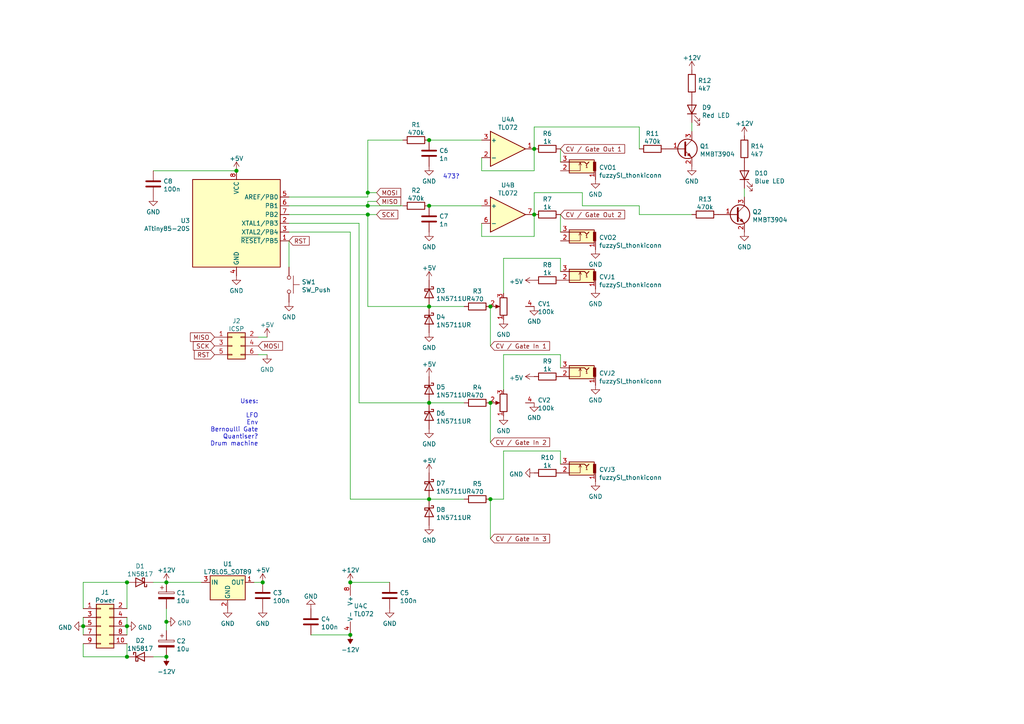
<source format=kicad_sch>
(kicad_sch (version 20210126) (generator eeschema)
  (paper "A4")
  (lib_symbols
    (symbol "Amplifier_Operational:TL072" (pin_names (offset 0.127))
      (property "Reference" "U" (at 0 5.08 0))
      (property "Value" "TL072" (at 0 -5.08 0))
      (symbol "TL072_1_1"
        (polyline (pts (xy -5.08 5.08) (xy 5.08 0) (xy -5.08 -5.08) (xy -5.08 5.08)) (stroke (width 0.254)) (fill (type background)))
        (pin output line (at 7.62 0 180) (length 2.54) (name "~") (number "1"))
        (pin input line (at -7.62 -2.54 0) (length 2.54) (name "-") (number "2"))
        (pin input line (at -7.62 2.54 0) (length 2.54) (name "+") (number "3"))
      )
      (symbol "TL072_2_1"
        (polyline (pts (xy -5.08 5.08) (xy 5.08 0) (xy -5.08 -5.08) (xy -5.08 5.08)) (stroke (width 0.254)) (fill (type background)))
        (pin input line (at -7.62 2.54 0) (length 2.54) (name "+") (number "5"))
        (pin input line (at -7.62 -2.54 0) (length 2.54) (name "-") (number "6"))
        (pin output line (at 7.62 0 180) (length 2.54) (name "~") (number "7"))
      )
      (symbol "TL072_3_1"
        (pin power_in line (at -2.54 -7.62 90) (length 3.81) (name "V-") (number "4"))
        (pin power_in line (at -2.54 7.62 270) (length 3.81) (name "V+") (number "8"))
      )
    )
    (symbol "Connector_Generic:Conn_02x03_Odd_Even" (pin_names (offset 1.016) hide)
      (property "Reference" "J" (at 1.27 5.08 0))
      (property "Value" "Conn_02x03_Odd_Even" (at 1.27 -5.08 0))
      (symbol "Conn_02x03_Odd_Even_1_1"
        (rectangle (start -1.27 -2.413) (end 0 -2.667) (stroke (width 0.1524)))
        (rectangle (start -1.27 0.127) (end 0 -0.127) (stroke (width 0.1524)))
        (rectangle (start -1.27 2.667) (end 0 2.413) (stroke (width 0.1524)))
        (rectangle (start 3.81 -2.413) (end 2.54 -2.667) (stroke (width 0.1524)))
        (rectangle (start 3.81 0.127) (end 2.54 -0.127) (stroke (width 0.1524)))
        (rectangle (start 3.81 2.667) (end 2.54 2.413) (stroke (width 0.1524)))
        (rectangle (start -1.27 3.81) (end 3.81 -3.81) (stroke (width 0.254)) (fill (type background)))
        (pin passive line (at -5.08 2.54 0) (length 3.81) (name "Pin_1") (number "1"))
        (pin passive line (at 7.62 2.54 180) (length 3.81) (name "Pin_2") (number "2"))
        (pin passive line (at -5.08 0 0) (length 3.81) (name "Pin_3") (number "3"))
        (pin passive line (at 7.62 0 180) (length 3.81) (name "Pin_4") (number "4"))
        (pin passive line (at -5.08 -2.54 0) (length 3.81) (name "Pin_5") (number "5"))
        (pin passive line (at 7.62 -2.54 180) (length 3.81) (name "Pin_6") (number "6"))
      )
    )
    (symbol "Connector_Generic:Conn_02x05_Odd_Even" (pin_names (offset 1.016) hide)
      (property "Reference" "J" (at 1.27 7.62 0))
      (property "Value" "Conn_02x05_Odd_Even" (at 1.27 -7.62 0))
      (symbol "Conn_02x05_Odd_Even_1_1"
        (rectangle (start -1.27 -4.953) (end 0 -5.207) (stroke (width 0.1524)))
        (rectangle (start -1.27 -2.413) (end 0 -2.667) (stroke (width 0.1524)))
        (rectangle (start -1.27 0.127) (end 0 -0.127) (stroke (width 0.1524)))
        (rectangle (start -1.27 2.667) (end 0 2.413) (stroke (width 0.1524)))
        (rectangle (start -1.27 5.207) (end 0 4.953) (stroke (width 0.1524)))
        (rectangle (start 3.81 -4.953) (end 2.54 -5.207) (stroke (width 0.1524)))
        (rectangle (start 3.81 -2.413) (end 2.54 -2.667) (stroke (width 0.1524)))
        (rectangle (start 3.81 0.127) (end 2.54 -0.127) (stroke (width 0.1524)))
        (rectangle (start 3.81 2.667) (end 2.54 2.413) (stroke (width 0.1524)))
        (rectangle (start 3.81 5.207) (end 2.54 4.953) (stroke (width 0.1524)))
        (rectangle (start -1.27 6.35) (end 3.81 -6.35) (stroke (width 0.254)) (fill (type background)))
        (pin passive line (at -5.08 5.08 0) (length 3.81) (name "Pin_1") (number "1"))
        (pin passive line (at 7.62 -5.08 180) (length 3.81) (name "Pin_10") (number "10"))
        (pin passive line (at 7.62 5.08 180) (length 3.81) (name "Pin_2") (number "2"))
        (pin passive line (at -5.08 2.54 0) (length 3.81) (name "Pin_3") (number "3"))
        (pin passive line (at 7.62 2.54 180) (length 3.81) (name "Pin_4") (number "4"))
        (pin passive line (at -5.08 0 0) (length 3.81) (name "Pin_5") (number "5"))
        (pin passive line (at 7.62 0 180) (length 3.81) (name "Pin_6") (number "6"))
        (pin passive line (at -5.08 -2.54 0) (length 3.81) (name "Pin_7") (number "7"))
        (pin passive line (at 7.62 -2.54 180) (length 3.81) (name "Pin_8") (number "8"))
        (pin passive line (at -5.08 -5.08 0) (length 3.81) (name "Pin_9") (number "9"))
      )
    )
    (symbol "Device:C" (pin_numbers hide) (pin_names (offset 0.254))
      (property "Reference" "C" (at 0.635 2.54 0))
      (property "Value" "C" (at 0.635 -2.54 0))
      (symbol "C_0_1"
        (polyline (pts (xy -2.032 -0.762) (xy 2.032 -0.762)) (stroke (width 0.508)))
        (polyline (pts (xy -2.032 0.762) (xy 2.032 0.762)) (stroke (width 0.508)))
      )
      (symbol "C_1_1"
        (pin passive line (at 0 3.81 270) (length 2.794) (name "~") (number "1"))
        (pin passive line (at 0 -3.81 90) (length 2.794) (name "~") (number "2"))
      )
    )
    (symbol "Device:C_Polarized" (pin_numbers hide) (pin_names (offset 0.254))
      (property "Reference" "C" (at 0.635 2.54 0))
      (property "Value" "C_Polarized" (at 0.635 -2.54 0))
      (symbol "C_Polarized_0_1"
        (rectangle (start -2.286 0.508) (end 2.286 1.016))
        (rectangle (start 2.286 -0.508) (end -2.286 -1.016) (fill (type outline)))
        (polyline (pts (xy -1.778 2.286) (xy -0.762 2.286)))
        (polyline (pts (xy -1.27 2.794) (xy -1.27 1.778)))
      )
      (symbol "C_Polarized_1_1"
        (pin passive line (at 0 3.81 270) (length 2.794) (name "~") (number "1"))
        (pin passive line (at 0 -3.81 90) (length 2.794) (name "~") (number "2"))
      )
    )
    (symbol "Device:LED" (pin_numbers hide) (pin_names (offset 1.016) hide)
      (property "Reference" "D" (at 0 2.54 0))
      (property "Value" "LED" (at 0 -2.54 0))
      (symbol "LED_0_1"
        (polyline (pts (xy -1.27 -1.27) (xy -1.27 1.27)) (stroke (width 0.254)))
        (polyline (pts (xy -1.27 0) (xy 1.27 0)))
        (polyline (pts (xy 1.27 -1.27) (xy 1.27 1.27) (xy -1.27 0) (xy 1.27 -1.27)) (stroke (width 0.254)))
        (polyline (pts (xy -3.048 -0.762) (xy -4.572 -2.286) (xy -3.81 -2.286) (xy -4.572 -2.286) (xy -4.572 -1.524)))
        (polyline (pts (xy -1.778 -0.762) (xy -3.302 -2.286) (xy -2.54 -2.286) (xy -3.302 -2.286) (xy -3.302 -1.524)))
      )
      (symbol "LED_1_1"
        (pin passive line (at -3.81 0 0) (length 2.54) (name "K") (number "1"))
        (pin passive line (at 3.81 0 180) (length 2.54) (name "A") (number "2"))
      )
    )
    (symbol "Device:R" (pin_numbers hide) (pin_names (offset 0))
      (property "Reference" "R" (at 2.032 0 90))
      (property "Value" "R" (at 0 0 90))
      (symbol "R_0_1"
        (rectangle (start -1.016 -2.54) (end 1.016 2.54) (stroke (width 0.254)))
      )
      (symbol "R_1_1"
        (pin passive line (at 0 3.81 270) (length 1.27) (name "~") (number "1"))
        (pin passive line (at 0 -3.81 90) (length 1.27) (name "~") (number "2"))
      )
    )
    (symbol "Device:R_Potentiometer_GND" (pin_names (offset 1.016) hide)
      (property "Reference" "RV" (at -4.445 0 90))
      (property "Value" "R_Potentiometer_GND" (at -2.54 0 90))
      (symbol "R_Potentiometer_GND_0_1"
        (rectangle (start 1.016 2.54) (end -1.016 -2.54) (stroke (width 0.254)))
        (polyline (pts (xy 2.54 0) (xy 1.524 0)))
        (polyline (pts (xy 1.143 0) (xy 2.286 0.508) (xy 2.286 -0.508) (xy 1.143 0)) (fill (type outline)))
      )
      (symbol "R_Potentiometer_GND_1_1"
        (pin passive line (at 0 3.81 270) (length 1.27) (name "1") (number "1"))
        (pin passive line (at 3.81 0 180) (length 1.27) (name "2") (number "2"))
        (pin passive line (at 0 -3.81 90) (length 1.27) (name "3") (number "3"))
        (pin passive line (at -8.89 0 0) (length 2.54) (name "GND") (number "4"))
      )
    )
    (symbol "Diode:1N5711UR" (pin_numbers hide) (pin_names (offset 1.016) hide)
      (property "Reference" "D" (at 0 2.54 0))
      (property "Value" "1N5711UR" (at 0 -2.54 0))
      (symbol "1N5711UR_0_1"
        (polyline (pts (xy 1.27 0) (xy -1.27 0)))
        (polyline (pts (xy 1.27 1.27) (xy 1.27 -1.27) (xy -1.27 0) (xy 1.27 1.27)) (stroke (width 0.254)))
        (polyline (pts (xy -1.905 0.635) (xy -1.905 1.27) (xy -1.27 1.27) (xy -1.27 -1.27) (xy -0.635 -1.27) (xy -0.635 -0.635)) (stroke (width 0.254)))
      )
      (symbol "1N5711UR_1_1"
        (pin passive line (at -3.81 0 0) (length 2.54) (name "K") (number "1"))
        (pin passive line (at 3.81 0 180) (length 2.54) (name "A") (number "2"))
      )
    )
    (symbol "Diode:1N5817" (pin_numbers hide) (pin_names (offset 1.016) hide)
      (property "Reference" "D" (at 0 2.54 0))
      (property "Value" "1N5817" (at 0 -2.54 0))
      (symbol "1N5817_0_1"
        (polyline (pts (xy 1.27 0) (xy -1.27 0)))
        (polyline (pts (xy 1.27 1.27) (xy 1.27 -1.27) (xy -1.27 0) (xy 1.27 1.27)) (stroke (width 0.254)))
        (polyline (pts (xy -1.905 0.635) (xy -1.905 1.27) (xy -1.27 1.27) (xy -1.27 -1.27) (xy -0.635 -1.27) (xy -0.635 -0.635)) (stroke (width 0.254)))
      )
      (symbol "1N5817_1_1"
        (pin passive line (at -3.81 0 0) (length 2.54) (name "K") (number "1"))
        (pin passive line (at 3.81 0 180) (length 2.54) (name "A") (number "2"))
      )
    )
    (symbol "MCU_Microchip_ATtiny:ATtiny85-20S"
      (property "Reference" "U" (at -12.7 13.97 0))
      (property "Value" "ATtiny85-20S" (at 2.54 -13.97 0))
      (symbol "ATtiny85-20S_0_1"
        (rectangle (start -12.7 -12.7) (end 12.7 12.7) (stroke (width 0.254)) (fill (type background)))
      )
      (symbol "ATtiny85-20S_1_1"
        (pin bidirectional line (at 15.24 -5.08 180) (length 2.54) (name "~RESET~/PB5") (number "1"))
        (pin bidirectional line (at 15.24 0 180) (length 2.54) (name "XTAL1/PB3") (number "2"))
        (pin bidirectional line (at 15.24 -2.54 180) (length 2.54) (name "XTAL2/PB4") (number "3"))
        (pin power_in line (at 0 -15.24 90) (length 2.54) (name "GND") (number "4"))
        (pin bidirectional line (at 15.24 7.62 180) (length 2.54) (name "AREF/PB0") (number "5"))
        (pin bidirectional line (at 15.24 5.08 180) (length 2.54) (name "PB1") (number "6"))
        (pin bidirectional line (at 15.24 2.54 180) (length 2.54) (name "PB2") (number "7"))
        (pin power_in line (at 0 15.24 270) (length 2.54) (name "VCC") (number "8"))
      )
    )
    (symbol "Regulator_Linear:L78L05_SOT89" (pin_names (offset 0.254))
      (property "Reference" "U" (at -3.81 3.175 0))
      (property "Value" "L78L05_SOT89" (at -0.635 3.175 0))
      (symbol "L78L05_SOT89_0_1"
        (rectangle (start -5.08 1.905) (end 5.08 -5.08) (stroke (width 0.254)) (fill (type background)))
      )
      (symbol "L78L05_SOT89_1_1"
        (pin power_out line (at 7.62 0 180) (length 2.54) (name "OUT") (number "1"))
        (pin power_in line (at 0 -7.62 90) (length 2.54) (name "GND") (number "2"))
        (pin power_in line (at -7.62 0 0) (length 2.54) (name "IN") (number "3"))
      )
    )
    (symbol "Switch:SW_Push" (pin_numbers hide) (pin_names (offset 1.016) hide)
      (property "Reference" "SW" (at 1.27 2.54 0))
      (property "Value" "SW_Push" (at 0 -1.524 0))
      (symbol "SW_Push_0_1"
        (circle (center -2.032 0) (radius 0.508))
        (circle (center 2.032 0) (radius 0.508))
        (polyline (pts (xy 0 1.27) (xy 0 3.048)))
        (polyline (pts (xy 2.54 1.27) (xy -2.54 1.27)))
        (pin passive line (at -5.08 0 0) (length 2.54) (name "1") (number "1"))
        (pin passive line (at 5.08 0 180) (length 2.54) (name "2") (number "2"))
      )
    )
    (symbol "Transistor_BJT:MMBT3904" (pin_names (offset 0) hide)
      (property "Reference" "Q" (at 5.08 1.905 0))
      (property "Value" "MMBT3904" (at 5.08 0 0))
      (symbol "MMBT3904_0_1"
        (circle (center 1.27 0) (radius 2.8194) (stroke (width 0.254)))
        (polyline (pts (xy 0.635 0.635) (xy 2.54 2.54)))
        (polyline (pts (xy 0.635 -0.635) (xy 2.54 -2.54) (xy 2.54 -2.54)))
        (polyline (pts (xy 0.635 1.905) (xy 0.635 -1.905) (xy 0.635 -1.905)) (stroke (width 0.508)))
        (polyline (pts (xy 1.27 -1.778) (xy 1.778 -1.27) (xy 2.286 -2.286) (xy 1.27 -1.778) (xy 1.27 -1.778)) (fill (type outline)))
      )
      (symbol "MMBT3904_1_1"
        (pin input line (at -5.08 0 0) (length 5.715) (name "B") (number "1"))
        (pin passive line (at 2.54 -5.08 90) (length 2.54) (name "E") (number "2"))
        (pin passive line (at 2.54 5.08 270) (length 2.54) (name "C") (number "3"))
      )
    )
    (symbol "power:+12V" (power) (pin_names (offset 0))
      (property "Value" "+12V" (at 0 3.556 0))
      (symbol "+12V_0_1"
        (polyline (pts (xy -0.762 1.27) (xy 0 2.54)))
        (polyline (pts (xy 0 0) (xy 0 2.54)))
        (polyline (pts (xy 0 2.54) (xy 0.762 1.27)))
      )
      (symbol "+12V_1_1"
        (pin power_in line (at 0 0 90) (length 0) hide (name "+12V") (number "1"))
      )
    )
    (symbol "power:+5V" (power) (pin_names (offset 0))
      (property "Value" "+5V" (at 0 3.556 0))
      (symbol "+5V_0_1"
        (polyline (pts (xy -0.762 1.27) (xy 0 2.54)))
        (polyline (pts (xy 0 0) (xy 0 2.54)))
        (polyline (pts (xy 0 2.54) (xy 0.762 1.27)))
      )
      (symbol "+5V_1_1"
        (pin power_in line (at 0 0 90) (length 0) hide (name "+5V") (number "1"))
      )
    )
    (symbol "power:-12V" (power) (pin_names (offset 0))
      (property "Value" "-12V" (at 0 3.81 0))
      (symbol "-12V_0_0"
        (pin power_in line (at 0 0 90) (length 0) hide (name "-12V") (number "1"))
      )
      (symbol "-12V_0_1"
        (polyline (pts (xy 0 0) (xy 0 1.27) (xy 0.762 1.27) (xy 0 2.54) (xy -0.762 1.27) (xy 0 1.27)) (fill (type outline)))
      )
    )
    (symbol "power:GND" (power) (pin_names (offset 0))
      (property "Value" "GND" (at 0 -3.81 0))
      (symbol "GND_0_1"
        (polyline (pts (xy 0 0) (xy 0 -1.27) (xy 1.27 -1.27) (xy 0 -2.54) (xy -1.27 -1.27) (xy 0 -1.27)))
      )
      (symbol "GND_1_1"
        (pin power_in line (at 0 0 270) (length 0) hide (name "GND") (number "1"))
      )
    )
    (symbol "thonkiconn_jackSocket_fuzzySi:fuzzySI_thonkiconn" (pin_names (offset 1.016))
      (property "Reference" "J" (at -1.27 4.445 0))
      (property "Value" "fuzzySI_thonkiconn" (at 4.318 -1.778 0))
      (symbol "fuzzySI_thonkiconn_0_0"
        (text "1" (at -2.54 1.27 0) (effects (font (size 0.762 0.762))))
      )
      (symbol "fuzzySI_thonkiconn_0_1"
        (rectangle (start -4.445 0) (end -5.207 2.54) (fill (type outline)))
        (rectangle (start -4.699 3.175) (end 2.54 -0.635) (stroke (width 0.254)) (fill (type background)))
        (polyline (pts (xy -0.635 2.413) (xy -0.254 1.651)))
        (polyline (pts (xy 2.54 0) (xy -0.635 0) (xy -0.635 2.413) (xy -1.016 1.651)))
        (polyline (pts (xy 2.54 2.54) (xy -1.905 2.54) (xy -2.54 1.905) (xy -3.175 2.54)) (stroke (width 0.254)))
      )
      (symbol "fuzzySI_thonkiconn_1_1"
        (pin passive line (at -5.08 -2.54 90) (length 2.54) (name "~") (number "1"))
        (pin passive line (at 5.08 0 180) (length 2.54) (name "~") (number "2"))
        (pin passive line (at 5.08 2.54 180) (length 2.54) (name "~") (number "3"))
      )
    )
  )
  (junction (at 24.13 181.61) (diameter 1.016))
  (junction (at 36.83 168.91) (diameter 1.016))
  (junction (at 36.83 181.61) (diameter 1.016))
  (junction (at 36.83 190.5) (diameter 1.016))
  (junction (at 48.26 168.91) (diameter 1.016))
  (junction (at 48.26 180.34) (diameter 1.016))
  (junction (at 48.26 190.5) (diameter 1.016))
  (junction (at 68.58 49.53) (diameter 1.016))
  (junction (at 76.2 168.91) (diameter 1.016))
  (junction (at 101.6 168.91) (diameter 1.016))
  (junction (at 101.6 184.15) (diameter 1.016))
  (junction (at 106.68 55.88) (diameter 1.016))
  (junction (at 106.68 59.69) (diameter 1.016))
  (junction (at 106.68 62.23) (diameter 1.016))
  (junction (at 124.46 40.64) (diameter 1.016))
  (junction (at 124.46 59.69) (diameter 1.016))
  (junction (at 124.46 88.9) (diameter 1.016))
  (junction (at 124.46 116.84) (diameter 1.016))
  (junction (at 124.46 144.78) (diameter 1.016))
  (junction (at 142.24 88.9) (diameter 1.016))
  (junction (at 142.24 116.84) (diameter 1.016))
  (junction (at 142.24 144.78) (diameter 1.016))
  (junction (at 154.94 43.18) (diameter 1.016))
  (junction (at 154.94 62.23) (diameter 1.016))
  (wire (pts (xy 24.13 168.91) (xy 36.83 168.91)))
  (wire (pts (xy 24.13 176.53) (xy 24.13 168.91)))
  (wire (pts (xy 24.13 179.07) (xy 24.13 181.61)))
  (wire (pts (xy 24.13 181.61) (xy 24.13 184.15)))
  (wire (pts (xy 24.13 186.69) (xy 24.13 190.5)))
  (wire (pts (xy 24.13 190.5) (xy 36.83 190.5)))
  (wire (pts (xy 36.83 176.53) (xy 36.83 168.91)))
  (wire (pts (xy 36.83 179.07) (xy 36.83 181.61)))
  (wire (pts (xy 36.83 181.61) (xy 36.83 184.15)))
  (wire (pts (xy 36.83 190.5) (xy 36.83 186.69)))
  (wire (pts (xy 44.45 49.53) (xy 68.58 49.53)))
  (wire (pts (xy 44.45 168.91) (xy 48.26 168.91)))
  (wire (pts (xy 44.45 190.5) (xy 48.26 190.5)))
  (wire (pts (xy 48.26 168.91) (xy 58.42 168.91)))
  (wire (pts (xy 48.26 176.53) (xy 48.26 180.34)))
  (wire (pts (xy 48.26 180.34) (xy 48.26 182.88)))
  (wire (pts (xy 73.66 168.91) (xy 76.2 168.91)))
  (wire (pts (xy 74.93 97.79) (xy 77.47 97.79)))
  (wire (pts (xy 74.93 102.87) (xy 77.47 102.87)))
  (wire (pts (xy 83.82 59.69) (xy 106.68 59.69)))
  (wire (pts (xy 83.82 62.23) (xy 106.68 62.23)))
  (wire (pts (xy 83.82 67.31) (xy 101.6 67.31)))
  (wire (pts (xy 83.82 69.85) (xy 83.82 77.47)))
  (wire (pts (xy 90.17 184.15) (xy 101.6 184.15)))
  (wire (pts (xy 101.6 67.31) (xy 101.6 144.78)))
  (wire (pts (xy 101.6 144.78) (xy 124.46 144.78)))
  (wire (pts (xy 101.6 168.91) (xy 113.03 168.91)))
  (wire (pts (xy 104.14 64.77) (xy 83.82 64.77)))
  (wire (pts (xy 104.14 116.84) (xy 104.14 64.77)))
  (wire (pts (xy 104.14 116.84) (xy 124.46 116.84)))
  (wire (pts (xy 106.68 40.64) (xy 106.68 55.88)))
  (wire (pts (xy 106.68 40.64) (xy 116.84 40.64)))
  (wire (pts (xy 106.68 55.88) (xy 106.68 57.15)))
  (wire (pts (xy 106.68 55.88) (xy 109.22 55.88)))
  (wire (pts (xy 106.68 57.15) (xy 83.82 57.15)))
  (wire (pts (xy 106.68 58.42) (xy 106.68 59.69)))
  (wire (pts (xy 106.68 59.69) (xy 116.84 59.69)))
  (wire (pts (xy 106.68 62.23) (xy 106.68 88.9)))
  (wire (pts (xy 106.68 62.23) (xy 109.22 62.23)))
  (wire (pts (xy 106.68 88.9) (xy 124.46 88.9)))
  (wire (pts (xy 109.22 58.42) (xy 106.68 58.42)))
  (wire (pts (xy 124.46 40.64) (xy 139.7 40.64)))
  (wire (pts (xy 124.46 59.69) (xy 139.7 59.69)))
  (wire (pts (xy 124.46 88.9) (xy 134.62 88.9)))
  (wire (pts (xy 124.46 116.84) (xy 134.62 116.84)))
  (wire (pts (xy 124.46 144.78) (xy 134.62 144.78)))
  (wire (pts (xy 139.7 45.72) (xy 139.7 49.53)))
  (wire (pts (xy 139.7 49.53) (xy 154.94 49.53)))
  (wire (pts (xy 139.7 64.77) (xy 139.7 68.58)))
  (wire (pts (xy 139.7 68.58) (xy 154.94 68.58)))
  (wire (pts (xy 142.24 88.9) (xy 142.24 100.33)))
  (wire (pts (xy 142.24 116.84) (xy 142.24 128.27)))
  (wire (pts (xy 142.24 144.78) (xy 142.24 156.21)))
  (wire (pts (xy 146.05 74.93) (xy 146.05 85.09)))
  (wire (pts (xy 146.05 102.87) (xy 146.05 113.03)))
  (wire (pts (xy 146.05 130.81) (xy 146.05 144.78)))
  (wire (pts (xy 146.05 144.78) (xy 142.24 144.78)))
  (wire (pts (xy 154.94 36.83) (xy 154.94 43.18)))
  (wire (pts (xy 154.94 36.83) (xy 185.42 36.83)))
  (wire (pts (xy 154.94 43.18) (xy 154.94 49.53)))
  (wire (pts (xy 154.94 55.88) (xy 168.91 55.88)))
  (wire (pts (xy 154.94 62.23) (xy 154.94 55.88)))
  (wire (pts (xy 154.94 62.23) (xy 154.94 68.58)))
  (wire (pts (xy 162.56 43.18) (xy 162.56 46.99)))
  (wire (pts (xy 162.56 62.23) (xy 162.56 67.31)))
  (wire (pts (xy 162.56 74.93) (xy 146.05 74.93)))
  (wire (pts (xy 162.56 78.74) (xy 162.56 74.93)))
  (wire (pts (xy 162.56 102.87) (xy 146.05 102.87)))
  (wire (pts (xy 162.56 106.68) (xy 162.56 102.87)))
  (wire (pts (xy 162.56 130.81) (xy 146.05 130.81)))
  (wire (pts (xy 162.56 134.62) (xy 162.56 130.81)))
  (wire (pts (xy 168.91 59.69) (xy 168.91 55.88)))
  (wire (pts (xy 185.42 36.83) (xy 185.42 43.18)))
  (wire (pts (xy 185.42 59.69) (xy 168.91 59.69)))
  (wire (pts (xy 185.42 59.69) (xy 185.42 62.23)))
  (wire (pts (xy 185.42 62.23) (xy 200.66 62.23)))
  (wire (pts (xy 200.66 35.56) (xy 200.66 38.1)))
  (wire (pts (xy 215.9 54.61) (xy 215.9 57.15)))
  (text "Uses:\n\nLFO\nEnv\nBernoulli Gate\nQuantiser?\nDrum machine" (at 74.93 129.54 0) (effects (font (size 1.27 1.27)) (justify right bottom)))
  (text "473?" (at 133.35 52.07 180) (effects (font (size 1.27 1.27)) (justify right bottom)))
  (global_label "MISO" (shape input) (at 62.23 97.79 180) (property "Intersheet References" "${INTERSHEET_REFS}" (effects hide)))
  (global_label "SCK" (shape input) (at 62.23 100.33 180) (property "Intersheet References" "${INTERSHEET_REFS}" (effects hide)))
  (global_label "RST" (shape input) (at 62.23 102.87 180) (property "Intersheet References" "${INTERSHEET_REFS}" (effects hide)))
  (global_label "MOSI" (shape input) (at 74.93 100.33 0) (property "Intersheet References" "${INTERSHEET_REFS}" (effects hide)))
  (global_label "RST" (shape input) (at 83.82 69.85 0) (property "Intersheet References" "${INTERSHEET_REFS}" (effects hide)))
  (global_label "MOSI" (shape input) (at 109.22 55.88 0) (property "Intersheet References" "${INTERSHEET_REFS}" (effects hide)))
  (global_label "MISO" (shape input) (at 109.22 58.42 0) (property "Intersheet References" "${INTERSHEET_REFS}" (effects hide)))
  (global_label "SCK" (shape input) (at 109.22 62.23 0) (property "Intersheet References" "${INTERSHEET_REFS}" (effects hide)))
  (global_label "CV {slash} Gate In 1" (shape input) (at 142.24 100.33 0) (property "Intersheet References" "${INTERSHEET_REFS}" (effects hide)))
  (global_label "CV {slash} Gate In 2" (shape input) (at 142.24 128.27 0) (property "Intersheet References" "${INTERSHEET_REFS}" (effects hide)))
  (global_label "CV {slash} Gate In 3" (shape input) (at 142.24 156.21 0) (property "Intersheet References" "${INTERSHEET_REFS}" (effects hide)))
  (global_label "CV {slash} Gate Out 1" (shape input) (at 162.56 43.18 0) (property "Intersheet References" "${INTERSHEET_REFS}" (effects hide)))
  (global_label "CV {slash} Gate Out 2" (shape input) (at 162.56 62.23 0) (property "Intersheet References" "${INTERSHEET_REFS}" (effects hide)))
  (symbol (lib_id "power:+12V") (at 48.26 168.91 0) (unit 1)
    (property "Reference" "#PWR0135" (effects hide))
    (property "Value" "+12V" (at 48.26 165.3626 0))
  )
  (symbol (lib_id "power:-12V") (at 48.26 190.5 180) (unit 1)
    (property "Reference" "#PWR0101" (effects hide))
    (property "Value" "-12V" (at 48.26 194.8244 0))
  )
  (symbol (lib_id "power:+5V") (at 68.58 49.53 0) (unit 1)
    (property "Reference" "#PWR0117" (effects hide))
    (property "Value" "+5V" (at 68.58 45.9826 0))
  )
  (symbol (lib_id "power:+5V") (at 76.2 168.91 0) (unit 1)
    (property "Reference" "#PWR0130" (effects hide))
    (property "Value" "+5V" (at 76.2 165.3626 0))
  )
  (symbol (lib_id "power:+5V") (at 77.47 97.79 0) (unit 1)
    (property "Reference" "#PWR0128" (effects hide))
    (property "Value" "+5V" (at 77.47 94.2426 0))
  )
  (symbol (lib_id "power:+12V") (at 101.6 168.91 0) (unit 1)
    (property "Reference" "#PWR0132" (effects hide))
    (property "Value" "+12V" (at 101.6 165.3626 0))
  )
  (symbol (lib_id "power:-12V") (at 101.6 184.15 180) (unit 1)
    (property "Reference" "#PWR0134" (effects hide))
    (property "Value" "-12V" (at 101.6 188.4744 0))
  )
  (symbol (lib_id "power:+5V") (at 124.46 81.28 0) (unit 1)
    (property "Reference" "#PWR0126" (effects hide))
    (property "Value" "+5V" (at 124.46 77.7326 0))
  )
  (symbol (lib_id "power:+5V") (at 124.46 109.22 0) (unit 1)
    (property "Reference" "#PWR0124" (effects hide))
    (property "Value" "+5V" (at 124.46 105.6726 0))
  )
  (symbol (lib_id "power:+5V") (at 124.46 137.16 0) (unit 1)
    (property "Reference" "#PWR0122" (effects hide))
    (property "Value" "+5V" (at 124.46 133.6126 0))
  )
  (symbol (lib_id "power:+5V") (at 154.94 81.28 90) (unit 1)
    (property "Reference" "#PWR0116" (effects hide))
    (property "Value" "+5V" (at 151.765 81.6685 90) (effects (justify left)))
  )
  (symbol (lib_id "power:+5V") (at 154.94 109.22 90) (unit 1)
    (property "Reference" "#PWR0127" (effects hide))
    (property "Value" "+5V" (at 151.765 109.6085 90) (effects (justify left)))
  )
  (symbol (lib_id "power:+12V") (at 200.66 20.32 0) (unit 1)
    (property "Reference" "#PWR0110" (effects hide))
    (property "Value" "+12V" (at 200.66 16.7726 0))
  )
  (symbol (lib_id "power:+12V") (at 215.9 39.37 0) (unit 1)
    (property "Reference" "#PWR0113" (effects hide))
    (property "Value" "+12V" (at 215.9 35.8226 0))
  )
  (symbol (lib_id "power:GND") (at 24.13 181.61 270) (unit 1)
    (property "Reference" "#PWR0102" (effects hide))
    (property "Value" "GND" (at 20.955 181.9985 90) (effects (justify right)))
  )
  (symbol (lib_id "power:GND") (at 36.83 181.61 90) (unit 1)
    (property "Reference" "#PWR0103" (effects hide))
    (property "Value" "GND" (at 40.0051 181.9985 90) (effects (justify right)))
  )
  (symbol (lib_id "power:GND") (at 44.45 57.15 0) (unit 1)
    (property "Reference" "#PWR0141" (effects hide))
    (property "Value" "GND" (at 44.45 61.4744 0))
  )
  (symbol (lib_id "power:GND") (at 48.26 180.34 90) (unit 1)
    (property "Reference" "#PWR0105" (effects hide))
    (property "Value" "GND" (at 51.4351 180.7285 90) (effects (justify right)))
  )
  (symbol (lib_id "power:GND") (at 66.04 176.53 0) (unit 1)
    (property "Reference" "#PWR0104" (effects hide))
    (property "Value" "GND" (at 66.04 180.8544 0))
  )
  (symbol (lib_id "power:GND") (at 68.58 80.01 0) (unit 1)
    (property "Reference" "#PWR0118" (effects hide))
    (property "Value" "GND" (at 68.58 84.3344 0))
  )
  (symbol (lib_id "power:GND") (at 76.2 176.53 0) (unit 1)
    (property "Reference" "#PWR0131" (effects hide))
    (property "Value" "GND" (at 76.2 180.8544 0))
  )
  (symbol (lib_id "power:GND") (at 77.47 102.87 0) (unit 1)
    (property "Reference" "#PWR0109" (effects hide))
    (property "Value" "GND" (at 77.47 107.1944 0))
  )
  (symbol (lib_id "power:GND") (at 83.82 87.63 0) (unit 1)
    (property "Reference" "#PWR0142" (effects hide))
    (property "Value" "GND" (at 83.82 91.9544 0))
  )
  (symbol (lib_id "power:GND") (at 90.17 176.53 180) (unit 1)
    (property "Reference" "#PWR0133" (effects hide))
    (property "Value" "GND" (at 90.17 172.9826 0))
  )
  (symbol (lib_id "power:GND") (at 113.03 176.53 0) (unit 1)
    (property "Reference" "#PWR0106" (effects hide))
    (property "Value" "GND" (at 113.03 180.8544 0))
  )
  (symbol (lib_id "power:GND") (at 124.46 48.26 0) (unit 1)
    (property "Reference" "#PWR0120" (effects hide))
    (property "Value" "GND" (at 124.46 52.5844 0))
  )
  (symbol (lib_id "power:GND") (at 124.46 67.31 0) (unit 1)
    (property "Reference" "#PWR0119" (effects hide))
    (property "Value" "GND" (at 124.46 71.6344 0))
  )
  (symbol (lib_id "power:GND") (at 124.46 96.52 0) (unit 1)
    (property "Reference" "#PWR0125" (effects hide))
    (property "Value" "GND" (at 124.46 100.8444 0))
  )
  (symbol (lib_id "power:GND") (at 124.46 124.46 0) (unit 1)
    (property "Reference" "#PWR0123" (effects hide))
    (property "Value" "GND" (at 124.46 128.7844 0))
  )
  (symbol (lib_id "power:GND") (at 124.46 152.4 0) (unit 1)
    (property "Reference" "#PWR0107" (effects hide))
    (property "Value" "GND" (at 124.46 156.7244 0))
  )
  (symbol (lib_id "power:GND") (at 146.05 92.71 0) (unit 1)
    (property "Reference" "#PWR0115" (effects hide))
    (property "Value" "GND" (at 146.05 97.0344 0))
  )
  (symbol (lib_id "power:GND") (at 146.05 120.65 0) (unit 1)
    (property "Reference" "#PWR0108" (effects hide))
    (property "Value" "GND" (at 146.05 124.9744 0))
  )
  (symbol (lib_id "power:GND") (at 154.94 88.9 0) (unit 1)
    (property "Reference" "#PWR0137" (effects hide))
    (property "Value" "GND" (at 154.94 93.2244 0))
  )
  (symbol (lib_id "power:GND") (at 154.94 116.84 0) (unit 1)
    (property "Reference" "#PWR0138" (effects hide))
    (property "Value" "GND" (at 154.94 121.1644 0))
  )
  (symbol (lib_id "power:GND") (at 154.94 137.16 270) (unit 1)
    (property "Reference" "#PWR0136" (effects hide))
    (property "Value" "GND" (at 151.765 137.5485 90) (effects (justify right)))
  )
  (symbol (lib_id "power:GND") (at 172.72 52.07 0) (unit 1)
    (property "Reference" "#PWR0140" (effects hide))
    (property "Value" "GND" (at 172.72 56.3944 0))
  )
  (symbol (lib_id "power:GND") (at 172.72 72.39 0) (unit 1)
    (property "Reference" "#PWR0139" (effects hide))
    (property "Value" "GND" (at 172.72 76.7144 0))
  )
  (symbol (lib_id "power:GND") (at 172.72 83.82 0) (unit 1)
    (property "Reference" "#PWR0114" (effects hide))
    (property "Value" "GND" (at 172.72 88.1444 0))
  )
  (symbol (lib_id "power:GND") (at 172.72 111.76 0) (unit 1)
    (property "Reference" "#PWR0121" (effects hide))
    (property "Value" "GND" (at 172.72 116.0844 0))
  )
  (symbol (lib_id "power:GND") (at 172.72 139.7 0) (unit 1)
    (property "Reference" "#PWR0129" (effects hide))
    (property "Value" "GND" (at 172.72 144.0244 0))
  )
  (symbol (lib_id "power:GND") (at 200.66 48.26 0) (unit 1)
    (property "Reference" "#PWR0112" (effects hide))
    (property "Value" "GND" (at 200.66 52.5844 0))
  )
  (symbol (lib_id "power:GND") (at 215.9 67.31 0) (unit 1)
    (property "Reference" "#PWR0111" (effects hide))
    (property "Value" "GND" (at 215.9 71.6344 0))
  )
  (symbol (lib_id "Amplifier_Operational:TL072") (at 104.14 176.53 0) (unit 3)
    (property "Reference" "U4" (at 102.6161 175.7691 0) (effects (justify left)))
    (property "Value" "TL072" (at 102.6161 178.0678 0) (effects (justify left)))
    (property "Footprint" "Package_SO:SO-8_3.9x4.9mm_P1.27mm" (effects hide))
    (property "Datasheet" "http://www.ti.com/lit/ds/symlink/tl071.pdf" (effects hide))
    (property "LCSC" "C6961" (effects hide))
  )
  (symbol (lib_id "Device:R") (at 120.65 40.64 90) (unit 1)
    (property "Reference" "R1" (at 120.65 36.1908 90))
    (property "Value" "470k" (at 120.65 38.4895 90))
    (property "Footprint" "Resistor_SMD:R_0805_2012Metric" (effects hide))
    (property "LCSC" "C17709" (effects hide))
  )
  (symbol (lib_id "Device:R") (at 120.65 59.69 90) (unit 1)
    (property "Reference" "R2" (at 120.65 55.2408 90))
    (property "Value" "470k" (at 120.65 57.5395 90))
    (property "Footprint" "Resistor_SMD:R_0805_2012Metric" (effects hide))
    (property "LCSC" "C17709" (effects hide))
  )
  (symbol (lib_id "Device:R") (at 138.43 88.9 90) (unit 1)
    (property "Reference" "R3" (at 138.43 84.4508 90))
    (property "Value" "470" (at 138.43 86.7495 90))
    (property "Footprint" "Resistor_SMD:R_0805_2012Metric" (effects hide))
    (property "LCSC" "C17710" (effects hide))
  )
  (symbol (lib_id "Device:R") (at 138.43 116.84 90) (unit 1)
    (property "Reference" "R4" (at 138.43 112.3908 90))
    (property "Value" "470" (at 138.43 114.6895 90))
    (property "Footprint" "Resistor_SMD:R_0805_2012Metric" (effects hide))
    (property "LCSC" "C17710" (effects hide))
  )
  (symbol (lib_id "Device:R") (at 138.43 144.78 90) (unit 1)
    (property "Reference" "R5" (at 138.43 140.3308 90))
    (property "Value" "470" (at 138.43 142.6295 90))
    (property "Footprint" "Resistor_SMD:R_0805_2012Metric" (effects hide))
    (property "LCSC" "C17710" (effects hide))
  )
  (symbol (lib_id "Device:R") (at 158.75 43.18 90) (unit 1)
    (property "Reference" "R6" (at 158.75 38.7308 90))
    (property "Value" "1k" (at 158.75 41.0295 90))
    (property "Footprint" "Resistor_SMD:R_0805_2012Metric" (effects hide))
    (property "LCSC" "C17513" (effects hide))
  )
  (symbol (lib_id "Device:R") (at 158.75 62.23 90) (unit 1)
    (property "Reference" "R7" (at 158.75 57.7808 90))
    (property "Value" "1k" (at 158.75 60.0795 90))
    (property "Footprint" "Resistor_SMD:R_0805_2012Metric" (effects hide))
    (property "LCSC" "C17513" (effects hide))
  )
  (symbol (lib_id "Device:R") (at 158.75 81.28 90) (unit 1)
    (property "Reference" "R8" (at 158.75 76.8308 90))
    (property "Value" "1k" (at 158.75 79.1295 90))
    (property "Footprint" "Resistor_SMD:R_0805_2012Metric" (effects hide))
    (property "LCSC" "C17513" (effects hide))
  )
  (symbol (lib_id "Device:R") (at 158.75 109.22 90) (unit 1)
    (property "Reference" "R9" (at 158.75 104.7708 90))
    (property "Value" "1k" (at 158.75 107.0695 90))
    (property "Footprint" "Resistor_SMD:R_0805_2012Metric" (effects hide))
    (property "LCSC" "C17513" (effects hide))
  )
  (symbol (lib_id "Device:R") (at 158.75 137.16 90) (unit 1)
    (property "Reference" "R10" (at 158.75 132.7108 90))
    (property "Value" "1k" (at 158.75 135.0095 90))
    (property "Footprint" "Resistor_SMD:R_0805_2012Metric" (effects hide))
    (property "LCSC" "C17513" (effects hide))
  )
  (symbol (lib_id "Device:R") (at 189.23 43.18 90) (unit 1)
    (property "Reference" "R11" (at 189.23 38.7308 90))
    (property "Value" "470k" (at 189.23 41.0295 90))
    (property "Footprint" "Resistor_SMD:R_0805_2012Metric" (effects hide))
    (property "LCSC" "C17709" (effects hide))
  )
  (symbol (lib_id "Device:R") (at 200.66 24.13 180) (unit 1)
    (property "Reference" "R12" (at 202.4381 23.3691 0) (effects (justify right)))
    (property "Value" "4k7" (at 202.4381 25.6678 0) (effects (justify right)))
    (property "Footprint" "Resistor_SMD:R_0805_2012Metric" (effects hide))
    (property "LCSC" "C17673" (effects hide))
  )
  (symbol (lib_id "Device:R") (at 204.47 62.23 90) (unit 1)
    (property "Reference" "R13" (at 204.47 57.7808 90))
    (property "Value" "470k" (at 204.47 60.0795 90))
    (property "Footprint" "Resistor_SMD:R_0805_2012Metric" (effects hide))
    (property "LCSC" "C17709" (effects hide))
  )
  (symbol (lib_id "Device:R") (at 215.9 43.18 180) (unit 1)
    (property "Reference" "R14" (at 217.6781 42.4191 0) (effects (justify right)))
    (property "Value" "4k7" (at 217.6781 44.7178 0) (effects (justify right)))
    (property "Footprint" "Resistor_SMD:R_0805_2012Metric" (effects hide))
    (property "LCSC" "C17673" (effects hide))
  )
  (symbol (lib_id "Diode:1N5817") (at 40.64 168.91 180) (unit 1)
    (property "Reference" "D1" (at 40.64 164.2068 0))
    (property "Value" "1N5817" (at 40.64 166.5055 0))
    (property "Footprint" "Diode_THT:D_DO-41_SOD81_P10.16mm_Horizontal" (effects hide))
    (property "Datasheet" "http://www.vishay.com/docs/88525/1n5817.pdf" (effects hide))
  )
  (symbol (lib_id "Diode:1N5817") (at 40.64 190.5 0) (unit 1)
    (property "Reference" "D2" (at 40.64 185.7968 0))
    (property "Value" "1N5817" (at 40.64 188.0955 0))
    (property "Footprint" "Diode_THT:D_DO-41_SOD81_P10.16mm_Horizontal" (effects hide))
    (property "Datasheet" "http://www.vishay.com/docs/88525/1n5817.pdf" (effects hide))
  )
  (symbol (lib_id "Diode:1N5711UR") (at 124.46 85.09 270) (unit 1)
    (property "Reference" "D3" (at 126.4921 84.3291 90) (effects (justify left)))
    (property "Value" "1N5711UR" (at 126.4921 86.6278 90) (effects (justify left)))
    (property "Footprint" "Diode_SMD:D_SOD-323_HandSoldering" (effects hide))
    (property "Datasheet" "https://www.microsemi.com/document-portal/doc_download/131890-lds-0040-1-datasheet" (effects hide))
    (property "LCSC" "C151442" (effects hide))
  )
  (symbol (lib_id "Diode:1N5711UR") (at 124.46 92.71 270) (unit 1)
    (property "Reference" "D4" (at 126.4921 91.9491 90) (effects (justify left)))
    (property "Value" "1N5711UR" (at 126.4921 94.2478 90) (effects (justify left)))
    (property "Footprint" "Diode_SMD:D_SOD-323_HandSoldering" (effects hide))
    (property "Datasheet" "https://www.microsemi.com/document-portal/doc_download/131890-lds-0040-1-datasheet" (effects hide))
    (property "LCSC" "C151442" (effects hide))
  )
  (symbol (lib_id "Diode:1N5711UR") (at 124.46 113.03 270) (unit 1)
    (property "Reference" "D5" (at 126.4921 112.2691 90) (effects (justify left)))
    (property "Value" "1N5711UR" (at 126.4921 114.5678 90) (effects (justify left)))
    (property "Footprint" "Diode_SMD:D_SOD-323_HandSoldering" (effects hide))
    (property "Datasheet" "https://www.microsemi.com/document-portal/doc_download/131890-lds-0040-1-datasheet" (effects hide))
    (property "LCSC" "C151442" (effects hide))
  )
  (symbol (lib_id "Diode:1N5711UR") (at 124.46 120.65 270) (unit 1)
    (property "Reference" "D6" (at 126.4921 119.8891 90) (effects (justify left)))
    (property "Value" "1N5711UR" (at 126.4921 122.1878 90) (effects (justify left)))
    (property "Footprint" "Diode_SMD:D_SOD-323_HandSoldering" (effects hide))
    (property "Datasheet" "https://www.microsemi.com/document-portal/doc_download/131890-lds-0040-1-datasheet" (effects hide))
    (property "LCSC" "C151442" (effects hide))
  )
  (symbol (lib_id "Diode:1N5711UR") (at 124.46 140.97 270) (unit 1)
    (property "Reference" "D7" (at 126.4921 140.2091 90) (effects (justify left)))
    (property "Value" "1N5711UR" (at 126.4921 142.5078 90) (effects (justify left)))
    (property "Footprint" "Diode_SMD:D_SOD-323_HandSoldering" (effects hide))
    (property "Datasheet" "https://www.microsemi.com/document-portal/doc_download/131890-lds-0040-1-datasheet" (effects hide))
    (property "LCSC" "C151442" (effects hide))
  )
  (symbol (lib_id "Diode:1N5711UR") (at 124.46 148.59 270) (unit 1)
    (property "Reference" "D8" (at 126.4921 147.8291 90) (effects (justify left)))
    (property "Value" "1N5711UR" (at 126.4921 150.1278 90) (effects (justify left)))
    (property "Footprint" "Diode_SMD:D_SOD-323_HandSoldering" (effects hide))
    (property "Datasheet" "https://www.microsemi.com/document-portal/doc_download/131890-lds-0040-1-datasheet" (effects hide))
    (property "LCSC" "C151442" (effects hide))
  )
  (symbol (lib_id "Device:LED") (at 200.66 31.75 90) (unit 1)
    (property "Reference" "D9" (at 203.5811 31.1796 90) (effects (justify right)))
    (property "Value" "Red LED" (at 203.5811 33.4783 90) (effects (justify right)))
    (property "Footprint" "LED_THT:LED_D3.0mm" (effects hide))
    (property "LCSC" "C84270" (effects hide))
  )
  (symbol (lib_id "Device:LED") (at 215.9 50.8 90) (unit 1)
    (property "Reference" "D10" (at 218.8211 50.2296 90) (effects (justify right)))
    (property "Value" "Blue LED" (at 218.8211 52.5283 90) (effects (justify right)))
    (property "Footprint" "LED_THT:LED_D3.0mm" (effects hide))
    (property "LCSC" "C375460" (effects hide))
  )
  (symbol (lib_id "Device:C") (at 44.45 53.34 0) (unit 1)
    (property "Reference" "C8" (at 47.3711 52.5791 0) (effects (justify left)))
    (property "Value" "100n" (at 47.3711 54.8778 0) (effects (justify left)))
    (property "Footprint" "Capacitor_SMD:C_0805_2012Metric" (effects hide))
    (property "LCSC" "C49678" (effects hide))
  )
  (symbol (lib_id "Device:C_Polarized") (at 48.26 172.72 0) (unit 1)
    (property "Reference" "C1" (at 51.1811 171.9591 0) (effects (justify left)))
    (property "Value" "10u" (at 51.1811 174.2578 0) (effects (justify left)))
    (property "Footprint" "Capacitor_THT:CP_Radial_D5.0mm_P2.50mm" (effects hide))
  )
  (symbol (lib_id "Device:C_Polarized") (at 48.26 186.69 0) (unit 1)
    (property "Reference" "C2" (at 51.1811 185.9291 0) (effects (justify left)))
    (property "Value" "10u" (at 51.1811 188.2278 0) (effects (justify left)))
    (property "Footprint" "Capacitor_THT:CP_Radial_D5.0mm_P2.50mm" (effects hide))
  )
  (symbol (lib_id "Device:C") (at 76.2 172.72 0) (unit 1)
    (property "Reference" "C3" (at 79.1211 171.9591 0) (effects (justify left)))
    (property "Value" "100n" (at 79.1211 174.2578 0) (effects (justify left)))
    (property "Footprint" "Capacitor_SMD:C_0805_2012Metric" (effects hide))
    (property "LCSC" "C49678" (effects hide))
  )
  (symbol (lib_id "Device:C") (at 90.17 180.34 0) (unit 1)
    (property "Reference" "C4" (at 93.0911 179.5791 0) (effects (justify left)))
    (property "Value" "100n" (at 93.0911 181.8778 0) (effects (justify left)))
    (property "Footprint" "Capacitor_SMD:C_0805_2012Metric" (effects hide))
    (property "LCSC" "C49678" (effects hide))
  )
  (symbol (lib_id "Device:C") (at 113.03 172.72 0) (unit 1)
    (property "Reference" "C5" (at 115.9511 171.9591 0) (effects (justify left)))
    (property "Value" "100n" (at 115.9511 174.2578 0) (effects (justify left)))
    (property "Footprint" "Capacitor_SMD:C_0805_2012Metric" (effects hide))
    (property "LCSC" "C49678" (effects hide))
  )
  (symbol (lib_id "Device:C") (at 124.46 44.45 0) (unit 1)
    (property "Reference" "C6" (at 127.3811 43.6891 0) (effects (justify left)))
    (property "Value" "1n" (at 127.3811 45.9878 0) (effects (justify left)))
    (property "Footprint" "Capacitor_SMD:C_0805_2012Metric" (effects hide))
    (property "LCSC" "C46653" (effects hide))
  )
  (symbol (lib_id "Device:C") (at 124.46 63.5 0) (unit 1)
    (property "Reference" "C7" (at 127.3811 62.7391 0) (effects (justify left)))
    (property "Value" "1n" (at 127.3811 65.0378 0) (effects (justify left)))
    (property "Footprint" "Capacitor_SMD:C_0805_2012Metric" (effects hide))
    (property "LCSC" "C46653" (effects hide))
  )
  (symbol (lib_id "Switch:SW_Push") (at 83.82 82.55 270) (unit 1)
    (property "Reference" "SW1" (at 87.5031 81.7891 90) (effects (justify left)))
    (property "Value" "SW_Push" (at 87.5031 84.0878 90) (effects (justify left)))
    (property "Footprint" "Button_Switch_THT:SW_PUSH_6mm" (effects hide))
    (property "LCSC" "C127509" (effects hide))
  )
  (symbol (lib_id "thonkiconn_jackSocket_fuzzySi:fuzzySI_thonkiconn") (at 167.64 49.53 0) (mirror y) (unit 1)
    (property "Reference" "CVO1" (at 173.7361 48.5786 0) (effects (justify right)))
    (property "Value" "fuzzySI_thonkiconn" (at 173.7361 50.8773 0) (effects (justify right)))
    (property "Footprint" "kicad_libraries:Thonkiconn" (effects hide))
  )
  (symbol (lib_id "thonkiconn_jackSocket_fuzzySi:fuzzySI_thonkiconn") (at 167.64 69.85 0) (mirror y) (unit 1)
    (property "Reference" "CVO2" (at 173.7361 68.8986 0) (effects (justify right)))
    (property "Value" "fuzzySI_thonkiconn" (at 173.7361 71.1973 0) (effects (justify right)))
    (property "Footprint" "kicad_libraries:Thonkiconn" (effects hide))
  )
  (symbol (lib_id "thonkiconn_jackSocket_fuzzySi:fuzzySI_thonkiconn") (at 167.64 81.28 0) (mirror y) (unit 1)
    (property "Reference" "CVJ1" (at 173.7361 80.3286 0) (effects (justify right)))
    (property "Value" "fuzzySI_thonkiconn" (at 173.7361 82.6273 0) (effects (justify right)))
    (property "Footprint" "kicad_libraries:Thonkiconn" (effects hide))
  )
  (symbol (lib_id "thonkiconn_jackSocket_fuzzySi:fuzzySI_thonkiconn") (at 167.64 109.22 0) (mirror y) (unit 1)
    (property "Reference" "CVJ2" (at 173.7361 108.2686 0) (effects (justify right)))
    (property "Value" "fuzzySI_thonkiconn" (at 173.7361 110.5673 0) (effects (justify right)))
    (property "Footprint" "kicad_libraries:Thonkiconn" (effects hide))
  )
  (symbol (lib_id "thonkiconn_jackSocket_fuzzySi:fuzzySI_thonkiconn") (at 167.64 137.16 0) (mirror y) (unit 1)
    (property "Reference" "CVJ3" (at 173.7361 136.2086 0) (effects (justify right)))
    (property "Value" "fuzzySI_thonkiconn" (at 173.7361 138.5073 0) (effects (justify right)))
    (property "Footprint" "kicad_libraries:Thonkiconn" (effects hide))
  )
  (symbol (lib_id "Transistor_BJT:MMBT3904") (at 198.12 43.18 0) (unit 1)
    (property "Reference" "Q1" (at 202.9715 42.4191 0) (effects (justify left)))
    (property "Value" "MMBT3904" (at 202.9715 44.7178 0) (effects (justify left)))
    (property "Footprint" "Package_TO_SOT_SMD:SOT-23" (effects hide))
    (property "Datasheet" "https://www.onsemi.com/pub/Collateral/2N3903-D.PDF" (effects hide))
    (property "LCSC" "C20526" (effects hide))
  )
  (symbol (lib_id "Transistor_BJT:MMBT3904") (at 213.36 62.23 0) (unit 1)
    (property "Reference" "Q2" (at 218.2115 61.4691 0) (effects (justify left)))
    (property "Value" "MMBT3904" (at 218.2115 63.7678 0) (effects (justify left)))
    (property "Footprint" "Package_TO_SOT_SMD:SOT-23" (effects hide))
    (property "Datasheet" "https://www.onsemi.com/pub/Collateral/2N3903-D.PDF" (effects hide))
    (property "LCSC" "C20526" (effects hide))
  )
  (symbol (lib_id "Connector_Generic:Conn_02x03_Odd_Even") (at 67.31 100.33 0) (unit 1)
    (property "Reference" "J2" (at 68.58 93.0868 0))
    (property "Value" "ICSP" (at 68.58 95.3855 0))
    (property "Footprint" "Connector_PinHeader_2.54mm:PinHeader_2x03_P2.54mm_Vertical" (effects hide))
  )
  (symbol (lib_id "Device:R_Potentiometer_GND") (at 146.05 88.9 180) (unit 1)
    (property "Reference" "CV1" (at 155.9561 88.1391 0) (effects (justify right)))
    (property "Value" "100k" (at 155.9561 90.4378 0) (effects (justify right)))
    (property "Footprint" "Potentiometer_THT:Potentiometer_GND_Alpha_RD901F-40-00D_Single_Vertical_CircularHoles" (effects hide))
  )
  (symbol (lib_id "Device:R_Potentiometer_GND") (at 146.05 116.84 180) (unit 1)
    (property "Reference" "CV2" (at 155.9561 116.0791 0) (effects (justify right)))
    (property "Value" "100k" (at 155.9561 118.3778 0) (effects (justify right)))
    (property "Footprint" "Potentiometer_THT:Potentiometer_GND_Alpha_RD901F-40-00D_Single_Vertical_CircularHoles" (effects hide))
  )
  (symbol (lib_id "Regulator_Linear:L78L05_SOT89") (at 66.04 168.91 0) (unit 1)
    (property "Reference" "U1" (at 66.04 163.5718 0))
    (property "Value" "L78L05_SOT89" (at 66.04 165.8705 0))
    (property "Footprint" "Package_TO_SOT_SMD:SOT-89-3" (effects hide))
    (property "Datasheet" "http://www.st.com/content/ccc/resource/technical/document/datasheet/15/55/e5/aa/23/5b/43/fd/CD00000446.pdf/files/CD00000446.pdf/jcr:content/translations/en.CD00000446.pdf" (effects hide))
    (property "LCSC" "C71136" (effects hide))
  )
  (symbol (lib_id "Amplifier_Operational:TL072") (at 147.32 43.18 0) (unit 1)
    (property "Reference" "U4" (at 147.32 34.6668 0))
    (property "Value" "TL072" (at 147.32 36.9655 0))
    (property "Footprint" "Package_SO:SO-8_3.9x4.9mm_P1.27mm" (effects hide))
    (property "Datasheet" "http://www.ti.com/lit/ds/symlink/tl071.pdf" (effects hide))
    (property "LCSC" "C6961" (effects hide))
  )
  (symbol (lib_id "Amplifier_Operational:TL072") (at 147.32 62.23 0) (unit 2)
    (property "Reference" "U4" (at 147.32 53.7168 0))
    (property "Value" "TL072" (at 147.32 56.0155 0))
    (property "Footprint" "Package_SO:SO-8_3.9x4.9mm_P1.27mm" (effects hide))
    (property "Datasheet" "http://www.ti.com/lit/ds/symlink/tl071.pdf" (effects hide))
    (property "LCSC" "C6961" (effects hide))
  )
  (symbol (lib_id "Connector_Generic:Conn_02x05_Odd_Even") (at 29.21 181.61 0) (unit 1)
    (property "Reference" "J1" (at 30.48 171.8268 0))
    (property "Value" "Power" (at 30.48 174.1255 0))
    (property "Footprint" "Connector_PinHeader_2.54mm:PinHeader_2x05_P2.54mm_Vertical" (effects hide))
  )
  (symbol (lib_id "MCU_Microchip_ATtiny:ATtiny85-20S") (at 68.58 64.77 0) (unit 1)
    (property "Reference" "U3" (at 55.118 64.0091 0) (effects (justify right)))
    (property "Value" "ATtiny85-20S" (at 55.118 66.3078 0) (effects (justify right)))
    (property "Footprint" "Package_DIP:DIP-8_W7.62mm_Socket_LongPads" (effects hide))
    (property "Datasheet" "http://ww1.microchip.com/downloads/en/DeviceDoc/atmel-2586-avr-8-bit-microcontroller-attiny25-attiny45-attiny85_datasheet.pdf" (effects hide))
    (property "LCSC" "C89852" (effects hide))
  )
)
</source>
